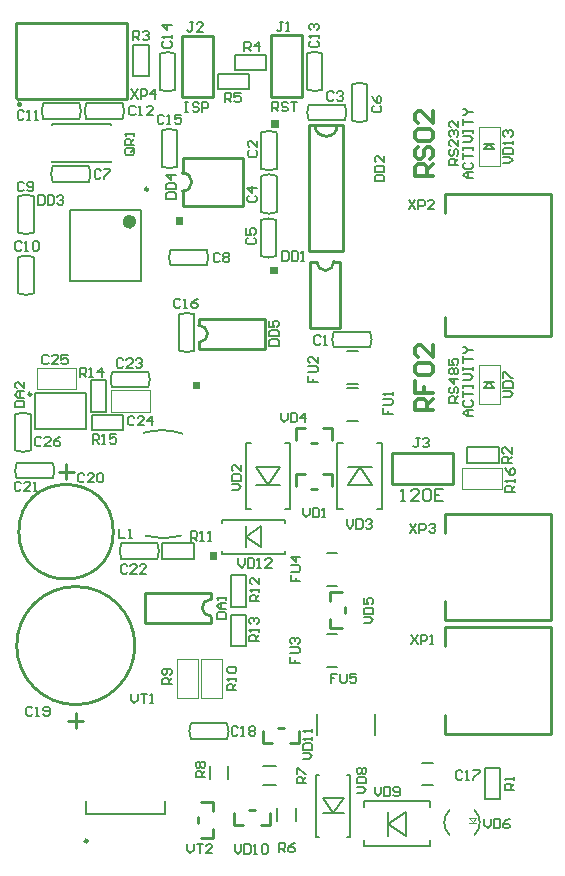
<source format=gto>
G04*
G04 #@! TF.GenerationSoftware,Altium Limited,Altium Designer,18.0.9 (584)*
G04*
G04 Layer_Color=65535*
%FSLAX24Y24*%
%MOIN*%
G70*
G01*
G75*
%ADD10C,0.0098*%
%ADD11C,0.0118*%
%ADD12C,0.0070*%
%ADD13C,0.0100*%
%ADD14C,0.0236*%
%ADD15C,0.0071*%
%ADD16C,0.0079*%
%ADD17C,0.0039*%
%ADD18C,0.0050*%
%ADD19C,0.0067*%
G36*
X25917Y25657D02*
Y25407D01*
X26167D01*
Y25657D01*
X25917D01*
D02*
G37*
G36*
X25602Y31091D02*
Y31341D01*
X25352D01*
Y31091D01*
X25602D01*
D02*
G37*
G36*
X25033Y36568D02*
Y36818D01*
X24783D01*
Y36568D01*
X25033D01*
D02*
G37*
G36*
X27939Y34931D02*
X28189D01*
Y35181D01*
X27939D01*
Y34931D01*
D02*
G37*
G36*
X27980Y39799D02*
X28230D01*
Y40049D01*
X27980D01*
Y39799D01*
D02*
G37*
D10*
X21850Y16033D02*
G03*
X21850Y16033I-49J0D01*
G01*
X23868Y37756D02*
G03*
X23868Y37756I-49J0D01*
G01*
X19974Y30923D02*
G03*
X19974Y30923I-49J0D01*
G01*
D11*
X19612Y40591D02*
G03*
X19612Y40591I-35J0D01*
G01*
X33356Y38189D02*
X32766D01*
Y38484D01*
X32864Y38583D01*
X33061D01*
X33160Y38484D01*
Y38189D01*
Y38386D02*
X33356Y38583D01*
X32864Y39173D02*
X32766Y39075D01*
Y38878D01*
X32864Y38779D01*
X32963D01*
X33061Y38878D01*
Y39075D01*
X33160Y39173D01*
X33258D01*
X33356Y39075D01*
Y38878D01*
X33258Y38779D01*
X32864Y39370D02*
X32766Y39468D01*
Y39665D01*
X32864Y39763D01*
X33258D01*
X33356Y39665D01*
Y39468D01*
X33258Y39370D01*
X32864D01*
X33356Y40354D02*
Y39960D01*
X32963Y40354D01*
X32864D01*
X32766Y40255D01*
Y40058D01*
X32864Y39960D01*
X33356Y30384D02*
X32766D01*
Y30679D01*
X32864Y30777D01*
X33061D01*
X33160Y30679D01*
Y30384D01*
Y30581D02*
X33356Y30777D01*
X32766Y31368D02*
Y30974D01*
X33061D01*
Y31171D01*
Y30974D01*
X33356D01*
X32864Y31565D02*
X32766Y31663D01*
Y31860D01*
X32864Y31958D01*
X33258D01*
X33356Y31860D01*
Y31663D01*
X33258Y31565D01*
X32864D01*
X33356Y32549D02*
Y32155D01*
X32963Y32549D01*
X32864D01*
X32766Y32450D01*
Y32253D01*
X32864Y32155D01*
D12*
X30056Y33002D02*
G03*
X30056Y32491I608J-256D01*
G01*
X31264D02*
G03*
X31263Y33002I-609J255D01*
G01*
X25413Y33585D02*
G03*
X24903Y33586I-256J-608D01*
G01*
Y32378D02*
G03*
X25413Y32378I255J609D01*
G01*
X19538Y34289D02*
G03*
X20048Y34288I256J608D01*
G01*
Y35496D02*
G03*
X19538Y35496I-255J-609D01*
G01*
X20048Y37522D02*
G03*
X19538Y37523I-256J-608D01*
G01*
Y36315D02*
G03*
X20048Y36316I255J609D01*
G01*
X25820Y35227D02*
G03*
X25820Y35737I-608J256D01*
G01*
X24612D02*
G03*
X24613Y35227I609J-255D01*
G01*
X24833Y39717D02*
G03*
X24322Y39718I-256J-608D01*
G01*
Y38510D02*
G03*
X24833Y38510I255J609D01*
G01*
X20686Y38523D02*
G03*
X20686Y38013I608J-256D01*
G01*
X21894D02*
G03*
X21893Y38523I-609J255D01*
G01*
X21808Y40619D02*
G03*
X21808Y40109I608J-256D01*
G01*
X23016D02*
G03*
X23015Y40619I-609J255D01*
G01*
X21577Y40108D02*
G03*
X21578Y40619I-608J256D01*
G01*
X20370D02*
G03*
X20371Y40108I609J-255D01*
G01*
X22665Y31663D02*
G03*
X22664Y31153I608J-256D01*
G01*
X23872D02*
G03*
X23872Y31663I-609J255D01*
G01*
X19951Y30259D02*
G03*
X19440Y30259I-256J-608D01*
G01*
Y29051D02*
G03*
X19951Y29052I255J609D01*
G01*
X29675Y42286D02*
G03*
X29165Y42287I-256J-608D01*
G01*
Y41079D02*
G03*
X29675Y41079I255J609D01*
G01*
X24773Y42276D02*
G03*
X24263Y42277I-256J-608D01*
G01*
Y41069D02*
G03*
X24773Y41069I255J609D01*
G01*
X31171Y41253D02*
G03*
X30661Y41253I-256J-608D01*
G01*
Y40045D02*
G03*
X31171Y40046I255J609D01*
G01*
X29220Y40571D02*
G03*
X29219Y40060I608J-256D01*
G01*
X30427D02*
G03*
X30427Y40571I-609J255D01*
G01*
X28140Y36735D02*
G03*
X27629Y36735I-256J-608D01*
G01*
Y35528D02*
G03*
X28140Y35528I255J609D01*
G01*
X27638Y36995D02*
G03*
X28148Y36995I256J608D01*
G01*
Y38203D02*
G03*
X27638Y38202I-255J-609D01*
G01*
Y38442D02*
G03*
X28148Y38442I256J608D01*
G01*
Y39650D02*
G03*
X27638Y39649I-255J-609D01*
G01*
X19486Y28632D02*
G03*
X19485Y28121I608J-256D01*
G01*
X20693D02*
G03*
X20692Y28632I-609J255D01*
G01*
X22970Y25955D02*
G03*
X22969Y25444I608J-256D01*
G01*
X24177D02*
G03*
X24177Y25955I-609J255D01*
G01*
X26499Y19439D02*
G03*
X26499Y19950I-608J256D01*
G01*
X25291D02*
G03*
X25292Y19439I609J-255D01*
G01*
X30060Y32491D02*
X31260D01*
X30059Y33002D02*
X31260D01*
X24902Y32382D02*
Y33582D01*
X25413Y32382D02*
Y33583D01*
X20048Y34292D02*
Y35492D01*
X19537Y34291D02*
Y35492D01*
Y36319D02*
Y37519D01*
X20048Y36319D02*
Y37520D01*
X23376Y41535D02*
X23888D01*
X23376Y42579D02*
X23888D01*
Y41535D02*
Y42579D01*
X23376Y41535D02*
Y42579D01*
X24616Y35737D02*
X25816D01*
X24616Y35226D02*
X25817D01*
X24322Y38514D02*
Y39714D01*
X24833Y38514D02*
Y39715D01*
X20690Y38013D02*
X21890D01*
X20689Y38524D02*
X21890D01*
X21812Y40108D02*
X23012D01*
X21811Y40619D02*
X23012D01*
X20374D02*
X21574D01*
X20374Y40108D02*
X21575D01*
X22668Y31152D02*
X23868D01*
X22667Y31663D02*
X23868D01*
X19440Y29055D02*
Y30255D01*
X19951Y29055D02*
Y30256D01*
X21949Y30344D02*
X22461D01*
X21949Y31388D02*
X22461D01*
Y30344D02*
Y31388D01*
X21949Y30344D02*
Y31388D01*
X23031Y29734D02*
Y30246D01*
X21988Y29734D02*
Y30246D01*
X23031D01*
X21988Y29734D02*
X23031D01*
X29164Y41083D02*
Y42283D01*
X29675Y41083D02*
Y42283D01*
X27805Y41722D02*
Y42234D01*
X26762Y41722D02*
Y42234D01*
X27805D01*
X26762Y41722D02*
X27805D01*
X26201Y41093D02*
Y41604D01*
X27244Y41093D02*
Y41604D01*
X26201Y41093D02*
X27244D01*
X26201Y41604D02*
X27244D01*
X24263Y41073D02*
Y42273D01*
X24774Y41073D02*
Y42274D01*
X30660Y40049D02*
Y41249D01*
X31171Y40049D02*
Y41250D01*
X29223Y40060D02*
X30423D01*
X29222Y40571D02*
X30423D01*
X27629Y35532D02*
Y36732D01*
X28140Y35531D02*
Y36732D01*
X28149Y36999D02*
Y38199D01*
X27638Y36998D02*
Y38199D01*
X28149Y38446D02*
Y39646D01*
X27638Y38445D02*
Y39646D01*
X19489Y28121D02*
X20689D01*
X19488Y28632D02*
X20689D01*
X26614Y24892D02*
X27126D01*
X26614Y23848D02*
X27126D01*
X26614D02*
Y24892D01*
X27126Y23848D02*
Y24892D01*
X26614Y22520D02*
X27126D01*
X26614Y23563D02*
X27126D01*
Y22520D02*
Y23563D01*
X26614Y22520D02*
Y23563D01*
X22973Y25444D02*
X24173D01*
X22972Y25955D02*
X24173D01*
X25384Y25443D02*
Y25955D01*
X24341Y25443D02*
Y25955D01*
X25384D01*
X24341Y25443D02*
X25384D01*
X25295Y19950D02*
X26495D01*
X25295Y19439D02*
X26496D01*
X35098Y18465D02*
X35610D01*
X35098Y17421D02*
X35610D01*
X35098D02*
Y18465D01*
X35610Y17421D02*
Y18465D01*
X34508Y28642D02*
Y29154D01*
X35551Y28642D02*
Y29154D01*
X34508Y28642D02*
X35551D01*
X34508Y29154D02*
X35551D01*
D13*
X25573Y32659D02*
G03*
X25554Y33218I0J280D01*
G01*
X25017Y37696D02*
G03*
X25017Y38296I0J300D01*
G01*
X29495Y35327D02*
G03*
X30053Y35346I280J0D01*
G01*
X29430Y39899D02*
G03*
X30180Y39899I375J0D01*
G01*
X23425Y22545D02*
G03*
X23425Y22545I-1969J0D01*
G01*
X22707Y26339D02*
G03*
X22707Y26339I-1575J0D01*
G01*
X25947Y24088D02*
G03*
X25966Y23529I0J-280D01*
G01*
X29300Y27755D02*
X29500D01*
X28800Y28255D02*
X29100D01*
X28800Y27855D02*
Y28255D01*
X29700D02*
X30000D01*
Y27855D02*
Y28255D01*
X25552Y32441D02*
Y32641D01*
Y33241D02*
Y33441D01*
X27752Y32441D02*
Y33441D01*
X25552Y32441D02*
X27752D01*
X25552Y33441D02*
X27752D01*
X25017Y37196D02*
Y37696D01*
X27017Y37196D02*
Y38796D01*
X25017D02*
X27017D01*
X25017Y37196D02*
X27017D01*
X25017Y38296D02*
Y38796D01*
X29276Y35347D02*
X29476D01*
X30076D02*
X30276D01*
X29276Y33147D02*
X30276D01*
X29276D02*
Y35347D01*
X30276Y33147D02*
Y35347D01*
X29300Y29300D02*
X29500D01*
X28800Y29800D02*
X29100D01*
X28800Y29400D02*
Y29800D01*
X29700D02*
X30000D01*
Y29400D02*
Y29800D01*
X29230Y39899D02*
X30380D01*
X29230Y35699D02*
X30380D01*
Y39899D01*
X29230Y35699D02*
Y39899D01*
X27963Y40837D02*
X28986D01*
X27963Y42884D02*
X28986D01*
Y40837D02*
Y42884D01*
X27963Y40837D02*
Y42884D01*
X24990Y40831D02*
X26014D01*
X24990Y42878D02*
X26014D01*
Y40831D02*
Y42878D01*
X24990Y40831D02*
Y42878D01*
X21573Y43299D02*
X23150Y43297D01*
X19488Y40778D02*
X23150D01*
X23173Y40799D02*
Y43299D01*
X19473Y40799D02*
Y43299D01*
X21614Y43297D01*
X29930Y23144D02*
X30330D01*
X30430Y23644D02*
Y23844D01*
X29930Y24044D02*
Y24344D01*
X30330D01*
X29930Y23144D02*
Y23444D01*
X21457Y19795D02*
Y20295D01*
X21207Y20045D02*
X21707D01*
X20882Y28339D02*
X21382D01*
X21132Y28089D02*
Y28589D01*
X25967Y24107D02*
Y24307D01*
Y23307D02*
Y23507D01*
X23767Y23307D02*
Y24307D01*
X25967D01*
X23767Y23307D02*
X25967D01*
X28897Y19295D02*
Y19695D01*
X28197Y19795D02*
X28397D01*
X27697Y19295D02*
X27997D01*
X27697D02*
Y19695D01*
X28597Y19295D02*
X28897D01*
X25625Y17319D02*
X26025D01*
X25525Y16619D02*
Y16819D01*
X26025Y16119D02*
Y16419D01*
X25625Y16119D02*
X26025D01*
Y17019D02*
Y17319D01*
X27923Y16549D02*
Y16949D01*
X27223Y17049D02*
X27423D01*
X26723Y16549D02*
X27023D01*
X26723D02*
Y16949D01*
X27623Y16549D02*
X27923D01*
X33780Y23150D02*
X37283D01*
X33780Y19606D02*
X37283D01*
X33780Y22520D02*
Y23150D01*
Y19606D02*
Y20236D01*
X37283Y19606D02*
Y23150D01*
X33780Y26929D02*
X37283D01*
X33780Y23386D02*
X37283D01*
X33780Y26299D02*
Y26929D01*
Y23386D02*
Y24016D01*
X37283Y23386D02*
Y26929D01*
X33780Y36969D02*
Y37598D01*
Y32874D02*
Y33504D01*
X37283Y32874D02*
Y37598D01*
X33780Y32874D02*
X37283D01*
X33780Y37598D02*
X37283D01*
X31994Y27943D02*
X34041D01*
X31994Y28967D02*
X34041D01*
X31994Y27943D02*
Y28967D01*
X34041Y27943D02*
Y28967D01*
D14*
X23366Y36673D02*
G03*
X23366Y36673I-118J0D01*
G01*
D15*
X23781Y26205D02*
G03*
X24974Y26209I589J2068D01*
G01*
X25017Y29608D02*
G03*
X23716Y29637I-697J-2035D01*
G01*
X34748Y16234D02*
G03*
X34748Y17069I-418J418D01*
G01*
X33913D02*
G03*
X33913Y16234I418J-418D01*
G01*
X20108Y29756D02*
X21801D01*
X20108Y30973D02*
X21801D01*
X21805Y29764D02*
Y30964D01*
X20105Y29764D02*
Y30964D01*
D16*
X24439Y16929D02*
Y17362D01*
X21801Y16929D02*
Y17362D01*
Y16929D02*
X24439D01*
X20669Y39882D02*
Y39921D01*
X22638D01*
Y39882D02*
Y39921D01*
X20669Y38661D02*
Y38701D01*
Y38661D02*
X22638D01*
Y38701D01*
X21280Y37067D02*
X23642D01*
X21280Y34705D02*
X23642D01*
X21280D02*
Y37067D01*
X23642Y34705D02*
Y37067D01*
X30502Y32362D02*
X30856D01*
X30502Y31260D02*
X30856D01*
X30502Y31142D02*
X30856D01*
X30502Y30039D02*
X30856D01*
X27116Y27106D02*
Y29311D01*
X28612Y27106D02*
Y29311D01*
X27116D02*
X27303D01*
X28425D02*
X28612D01*
X27116Y27106D02*
X27303D01*
X28425D02*
X28612D01*
X31673D02*
Y29311D01*
X30177Y27106D02*
Y29311D01*
X31486Y27106D02*
X31673D01*
X30177D02*
X30364D01*
X31486Y29311D02*
X31673D01*
X30177D02*
X30364D01*
X29823Y24537D02*
X30177D01*
X29823Y25640D02*
X30177D01*
X29823Y21831D02*
X30177D01*
X29823Y22933D02*
X30177D01*
X28415Y26634D02*
Y26742D01*
Y25600D02*
Y25709D01*
X26329Y26634D02*
Y26742D01*
Y25600D02*
Y25709D01*
Y26742D02*
X28415D01*
X26329Y25600D02*
X28415D01*
X26545Y18110D02*
Y18543D01*
X25915Y18110D02*
Y18543D01*
X27707D02*
X28140D01*
X27707Y17913D02*
X28140D01*
X28179Y16693D02*
Y17126D01*
X28809Y16693D02*
Y17126D01*
X31063Y17362D02*
X33268D01*
X31063Y15866D02*
X33268D01*
Y17175D02*
Y17362D01*
Y15866D02*
Y16053D01*
X31063Y17175D02*
Y17362D01*
Y15866D02*
Y16053D01*
X29469Y18248D02*
X29577D01*
X30502D02*
X30610D01*
X29469Y16161D02*
X29577D01*
X30502D02*
X30610D01*
X29469D02*
Y18248D01*
X30610Y16161D02*
Y18248D01*
X31437Y19567D02*
Y20276D01*
X29508Y19567D02*
Y20276D01*
X28002Y40354D02*
Y40669D01*
X28159D01*
X28212Y40617D01*
Y40512D01*
X28159Y40459D01*
X28002D01*
X28107D02*
X28212Y40354D01*
X28527Y40617D02*
X28474Y40669D01*
X28369D01*
X28317Y40617D01*
Y40564D01*
X28369Y40512D01*
X28474D01*
X28527Y40459D01*
Y40407D01*
X28474Y40354D01*
X28369D01*
X28317Y40407D01*
X28632Y40669D02*
X28842D01*
X28737D01*
Y40354D01*
X25089Y40659D02*
X25194D01*
X25141D01*
Y40344D01*
X25089D01*
X25194D01*
X25561Y40607D02*
X25508Y40659D01*
X25403D01*
X25351Y40607D01*
Y40554D01*
X25403Y40502D01*
X25508D01*
X25561Y40449D01*
Y40397D01*
X25508Y40344D01*
X25403D01*
X25351Y40397D01*
X25666Y40344D02*
Y40659D01*
X25823D01*
X25876Y40607D01*
Y40502D01*
X25823Y40449D01*
X25666D01*
X34213Y38563D02*
X33898D01*
Y38720D01*
X33950Y38773D01*
X34055D01*
X34108Y38720D01*
Y38563D01*
Y38668D02*
X34213Y38773D01*
X33950Y39088D02*
X33898Y39035D01*
Y38930D01*
X33950Y38878D01*
X34003D01*
X34055Y38930D01*
Y39035D01*
X34108Y39088D01*
X34160D01*
X34213Y39035D01*
Y38930D01*
X34160Y38878D01*
X34213Y39403D02*
Y39193D01*
X34003Y39403D01*
X33950D01*
X33898Y39350D01*
Y39245D01*
X33950Y39193D01*
Y39508D02*
X33898Y39560D01*
Y39665D01*
X33950Y39717D01*
X34003D01*
X34055Y39665D01*
Y39613D01*
Y39665D01*
X34108Y39717D01*
X34160D01*
X34213Y39665D01*
Y39560D01*
X34160Y39508D01*
X34213Y40032D02*
Y39822D01*
X34003Y40032D01*
X33950D01*
X33898Y39980D01*
Y39875D01*
X33950Y39822D01*
X34695Y38120D02*
X34485D01*
X34380Y38225D01*
X34485Y38330D01*
X34695D01*
X34537D01*
Y38120D01*
X34432Y38645D02*
X34380Y38592D01*
Y38487D01*
X34432Y38435D01*
X34642D01*
X34695Y38487D01*
Y38592D01*
X34642Y38645D01*
X34380Y38750D02*
Y38960D01*
Y38855D01*
X34695D01*
X34380Y39065D02*
Y39170D01*
Y39117D01*
X34695D01*
Y39065D01*
Y39170D01*
X34380Y39327D02*
X34590D01*
X34695Y39432D01*
X34590Y39537D01*
X34380D01*
Y39642D02*
Y39747D01*
Y39694D01*
X34695D01*
Y39642D01*
Y39747D01*
X34380Y39904D02*
Y40114D01*
Y40009D01*
X34695D01*
X34380Y40219D02*
X34432D01*
X34537Y40324D01*
X34432Y40429D01*
X34380D01*
X34537Y40324D02*
X34695D01*
Y30197D02*
X34485D01*
X34380Y30302D01*
X34485Y30407D01*
X34695D01*
X34537D01*
Y30197D01*
X34432Y30722D02*
X34380Y30669D01*
Y30564D01*
X34432Y30512D01*
X34642D01*
X34695Y30564D01*
Y30669D01*
X34642Y30722D01*
X34380Y30827D02*
Y31036D01*
Y30932D01*
X34695D01*
X34380Y31141D02*
Y31246D01*
Y31194D01*
X34695D01*
Y31141D01*
Y31246D01*
X34380Y31404D02*
X34590D01*
X34695Y31509D01*
X34590Y31614D01*
X34380D01*
Y31719D02*
Y31824D01*
Y31771D01*
X34695D01*
Y31719D01*
Y31824D01*
X34380Y31981D02*
Y32191D01*
Y32086D01*
X34695D01*
X34380Y32296D02*
X34432D01*
X34537Y32401D01*
X34432Y32506D01*
X34380D01*
X34537Y32401D02*
X34695D01*
X34213Y30640D02*
X33898D01*
Y30797D01*
X33950Y30850D01*
X34055D01*
X34108Y30797D01*
Y30640D01*
Y30745D02*
X34213Y30850D01*
X33950Y31165D02*
X33898Y31112D01*
Y31007D01*
X33950Y30955D01*
X34003D01*
X34055Y31007D01*
Y31112D01*
X34108Y31165D01*
X34160D01*
X34213Y31112D01*
Y31007D01*
X34160Y30955D01*
X34213Y31427D02*
X33898D01*
X34055Y31269D01*
Y31479D01*
X33950Y31584D02*
X33898Y31637D01*
Y31742D01*
X33950Y31794D01*
X34003D01*
X34055Y31742D01*
X34108Y31794D01*
X34160D01*
X34213Y31742D01*
Y31637D01*
X34160Y31584D01*
X34108D01*
X34055Y31637D01*
X34003Y31584D01*
X33950D01*
X34055Y31637D02*
Y31742D01*
X33898Y32109D02*
Y31899D01*
X34055D01*
X34003Y32004D01*
Y32057D01*
X34055Y32109D01*
X34160D01*
X34213Y32057D01*
Y31952D01*
X34160Y31899D01*
X32303Y27372D02*
X32434D01*
X32369D01*
Y27766D01*
X32303Y27700D01*
X32894Y27372D02*
X32631D01*
X32894Y27634D01*
Y27700D01*
X32828Y27766D01*
X32697D01*
X32631Y27700D01*
X33025D02*
X33090Y27766D01*
X33221D01*
X33287Y27700D01*
Y27438D01*
X33221Y27372D01*
X33090D01*
X33025Y27438D01*
Y27700D01*
X33681Y27766D02*
X33418D01*
Y27372D01*
X33681D01*
X33418Y27569D02*
X33549D01*
X23307Y20935D02*
Y20725D01*
X23412Y20620D01*
X23517Y20725D01*
Y20935D01*
X23622D02*
X23832D01*
X23727D01*
Y20620D01*
X23937D02*
X24042D01*
X23989D01*
Y20935D01*
X23937Y20882D01*
X29042Y27131D02*
Y26921D01*
X29147Y26816D01*
X29252Y26921D01*
Y27131D01*
X29357D02*
Y26816D01*
X29514D01*
X29567Y26869D01*
Y27079D01*
X29514Y27131D01*
X29357D01*
X29671Y26816D02*
X29776D01*
X29724D01*
Y27131D01*
X29671Y27079D01*
X23353Y39117D02*
X23143D01*
X23091Y39065D01*
Y38960D01*
X23143Y38907D01*
X23353D01*
X23406Y38960D01*
Y39065D01*
X23301Y39012D02*
X23406Y39117D01*
Y39065D02*
X23353Y39117D01*
X23406Y39222D02*
X23091D01*
Y39380D01*
X23143Y39432D01*
X23248D01*
X23301Y39380D01*
Y39222D01*
Y39327D02*
X23406Y39432D01*
Y39537D02*
Y39642D01*
Y39590D01*
X23091D01*
X23143Y39537D01*
X23448Y40488D02*
X23396Y40540D01*
X23291D01*
X23238Y40488D01*
Y40278D01*
X23291Y40225D01*
X23396D01*
X23448Y40278D01*
X23553Y40225D02*
X23658D01*
X23606D01*
Y40540D01*
X23553Y40488D01*
X24025Y40225D02*
X23815D01*
X24025Y40435D01*
Y40488D01*
X23973Y40540D01*
X23868D01*
X23815Y40488D01*
X19728Y40341D02*
X19675Y40394D01*
X19570D01*
X19518Y40341D01*
Y40131D01*
X19570Y40079D01*
X19675D01*
X19728Y40131D01*
X19833Y40079D02*
X19938D01*
X19885D01*
Y40394D01*
X19833Y40341D01*
X20095Y40079D02*
X20200D01*
X20147D01*
Y40394D01*
X20095Y40341D01*
X35699Y38622D02*
X35909D01*
X36014Y38727D01*
X35909Y38832D01*
X35699D01*
Y38937D02*
X36014D01*
Y39094D01*
X35961Y39147D01*
X35751D01*
X35699Y39094D01*
Y38937D01*
X36014Y39252D02*
Y39357D01*
Y39304D01*
X35699D01*
X35751Y39252D01*
Y39514D02*
X35699Y39567D01*
Y39672D01*
X35751Y39724D01*
X35804D01*
X35856Y39672D01*
Y39619D01*
Y39672D01*
X35909Y39724D01*
X35961D01*
X36014Y39672D01*
Y39567D01*
X35961Y39514D01*
X32598Y26614D02*
X32808Y26299D01*
Y26614D02*
X32598Y26299D01*
X32913D02*
Y26614D01*
X33071D01*
X33123Y26562D01*
Y26457D01*
X33071Y26404D01*
X32913D01*
X33228Y26562D02*
X33281Y26614D01*
X33386D01*
X33438Y26562D01*
Y26509D01*
X33386Y26457D01*
X33333D01*
X33386D01*
X33438Y26404D01*
Y26352D01*
X33386Y26299D01*
X33281D01*
X33228Y26352D01*
X23307Y41083D02*
X23517Y40768D01*
Y41083D02*
X23307Y40768D01*
X23622D02*
Y41083D01*
X23779D01*
X23832Y41030D01*
Y40925D01*
X23779Y40873D01*
X23622D01*
X24094Y40768D02*
Y41083D01*
X23937Y40925D01*
X24147D01*
X32559Y37401D02*
X32769Y37087D01*
Y37401D02*
X32559Y37087D01*
X32874D02*
Y37401D01*
X33031D01*
X33084Y37349D01*
Y37244D01*
X33031Y37192D01*
X32874D01*
X33399Y37087D02*
X33189D01*
X33399Y37297D01*
Y37349D01*
X33346Y37401D01*
X33241D01*
X33189Y37349D01*
X32638Y22913D02*
X32848Y22598D01*
Y22913D02*
X32638Y22598D01*
X32953D02*
Y22913D01*
X33110D01*
X33163Y22861D01*
Y22756D01*
X33110Y22703D01*
X32953D01*
X33268Y22598D02*
X33372D01*
X33320D01*
Y22913D01*
X33268Y22861D01*
X25172Y15931D02*
Y15721D01*
X25277Y15617D01*
X25382Y15721D01*
Y15931D01*
X25487D02*
X25697D01*
X25592D01*
Y15617D01*
X26011D02*
X25802D01*
X26011Y15826D01*
Y15879D01*
X25959Y15931D01*
X25854D01*
X25802Y15879D01*
X26880Y25463D02*
Y25253D01*
X26985Y25148D01*
X27090Y25253D01*
Y25463D01*
X27195D02*
Y25148D01*
X27352D01*
X27405Y25200D01*
Y25410D01*
X27352Y25463D01*
X27195D01*
X27510Y25148D02*
X27615D01*
X27562D01*
Y25463D01*
X27510Y25410D01*
X27982Y25148D02*
X27772D01*
X27982Y25358D01*
Y25410D01*
X27929Y25463D01*
X27824D01*
X27772Y25410D01*
X29030Y18764D02*
X29240D01*
X29345Y18869D01*
X29240Y18974D01*
X29030D01*
Y19079D02*
X29345D01*
Y19237D01*
X29293Y19289D01*
X29083D01*
X29030Y19237D01*
Y19079D01*
X29345Y19394D02*
Y19499D01*
Y19446D01*
X29030D01*
X29083Y19394D01*
X29345Y19656D02*
Y19761D01*
Y19709D01*
X29030D01*
X29083Y19656D01*
X26762Y15915D02*
Y15705D01*
X26867Y15600D01*
X26972Y15705D01*
Y15915D01*
X27077D02*
Y15600D01*
X27234D01*
X27287Y15653D01*
Y15863D01*
X27234Y15915D01*
X27077D01*
X27392Y15600D02*
X27496D01*
X27444D01*
Y15915D01*
X27392Y15863D01*
X27654D02*
X27706Y15915D01*
X27811D01*
X27864Y15863D01*
Y15653D01*
X27811Y15600D01*
X27706D01*
X27654Y15653D01*
Y15863D01*
X31417Y17835D02*
Y17625D01*
X31522Y17520D01*
X31627Y17625D01*
Y17835D01*
X31732D02*
Y17520D01*
X31890D01*
X31942Y17572D01*
Y17782D01*
X31890Y17835D01*
X31732D01*
X32047Y17572D02*
X32100Y17520D01*
X32204D01*
X32257Y17572D01*
Y17782D01*
X32204Y17835D01*
X32100D01*
X32047Y17782D01*
Y17730D01*
X32100Y17677D01*
X32257D01*
X30827Y17638D02*
X31037D01*
X31142Y17743D01*
X31037Y17848D01*
X30827D01*
Y17953D02*
X31142D01*
Y18110D01*
X31089Y18163D01*
X30879D01*
X30827Y18110D01*
Y17953D01*
X30879Y18268D02*
X30827Y18320D01*
Y18425D01*
X30879Y18477D01*
X30932D01*
X30984Y18425D01*
X31037Y18477D01*
X31089D01*
X31142Y18425D01*
Y18320D01*
X31089Y18268D01*
X31037D01*
X30984Y18320D01*
X30932Y18268D01*
X30879D01*
X30984Y18320D02*
Y18425D01*
X35709Y30827D02*
X35919D01*
X36024Y30932D01*
X35919Y31037D01*
X35709D01*
Y31142D02*
X36024D01*
Y31299D01*
X35971Y31352D01*
X35761D01*
X35709Y31299D01*
Y31142D01*
Y31456D02*
Y31666D01*
X35761D01*
X35971Y31456D01*
X36024D01*
X35079Y16772D02*
Y16562D01*
X35184Y16457D01*
X35289Y16562D01*
Y16772D01*
X35394D02*
Y16457D01*
X35551D01*
X35604Y16509D01*
Y16719D01*
X35551Y16772D01*
X35394D01*
X35918D02*
X35813Y16719D01*
X35708Y16614D01*
Y16509D01*
X35761Y16457D01*
X35866D01*
X35918Y16509D01*
Y16562D01*
X35866Y16614D01*
X35708D01*
X31053Y23287D02*
X31263D01*
X31368Y23392D01*
X31263Y23497D01*
X31053D01*
Y23602D02*
X31368D01*
Y23760D01*
X31316Y23812D01*
X31106D01*
X31053Y23760D01*
Y23602D01*
Y24127D02*
Y23917D01*
X31211D01*
X31158Y24022D01*
Y24075D01*
X31211Y24127D01*
X31316D01*
X31368Y24075D01*
Y23970D01*
X31316Y23917D01*
X28307Y30305D02*
Y30095D01*
X28412Y29990D01*
X28517Y30095D01*
Y30305D01*
X28622D02*
Y29990D01*
X28779D01*
X28832Y30043D01*
Y30253D01*
X28779Y30305D01*
X28622D01*
X29094Y29990D02*
Y30305D01*
X28937Y30148D01*
X29147D01*
X30492Y26762D02*
Y26552D01*
X30597Y26447D01*
X30702Y26552D01*
Y26762D01*
X30807D02*
Y26447D01*
X30964D01*
X31017Y26499D01*
Y26709D01*
X30964Y26762D01*
X30807D01*
X31122Y26709D02*
X31174Y26762D01*
X31279D01*
X31332Y26709D01*
Y26657D01*
X31279Y26604D01*
X31227D01*
X31279D01*
X31332Y26552D01*
Y26499D01*
X31279Y26447D01*
X31174D01*
X31122Y26499D01*
X26654Y27726D02*
X26864D01*
X26969Y27831D01*
X26864Y27936D01*
X26654D01*
Y28041D02*
X26969D01*
Y28199D01*
X26916Y28251D01*
X26706D01*
X26654Y28199D01*
Y28041D01*
X26969Y28566D02*
Y28356D01*
X26759Y28566D01*
X26706D01*
X26654Y28514D01*
Y28409D01*
X26706Y28356D01*
X22018Y29281D02*
Y29596D01*
X22175D01*
X22228Y29544D01*
Y29439D01*
X22175Y29386D01*
X22018D01*
X22123D02*
X22228Y29281D01*
X22333D02*
X22438D01*
X22385D01*
Y29596D01*
X22333Y29544D01*
X22805Y29596D02*
X22595D01*
Y29439D01*
X22700Y29491D01*
X22752D01*
X22805Y29439D01*
Y29334D01*
X22752Y29281D01*
X22647D01*
X22595Y29334D01*
X21594Y31496D02*
Y31811D01*
X21752D01*
X21804Y31758D01*
Y31653D01*
X21752Y31601D01*
X21594D01*
X21699D02*
X21804Y31496D01*
X21909D02*
X22014D01*
X21962D01*
Y31811D01*
X21909Y31758D01*
X22329Y31496D02*
Y31811D01*
X22172Y31653D01*
X22382D01*
X27559Y22687D02*
X27244D01*
Y22844D01*
X27297Y22897D01*
X27402D01*
X27454Y22844D01*
Y22687D01*
Y22792D02*
X27559Y22897D01*
Y23002D02*
Y23107D01*
Y23054D01*
X27244D01*
X27297Y23002D01*
Y23264D02*
X27244Y23317D01*
Y23422D01*
X27297Y23474D01*
X27349D01*
X27402Y23422D01*
Y23369D01*
Y23422D01*
X27454Y23474D01*
X27507D01*
X27559Y23422D01*
Y23317D01*
X27507Y23264D01*
X27579Y24016D02*
X27264D01*
Y24173D01*
X27316Y24226D01*
X27421D01*
X27474Y24173D01*
Y24016D01*
Y24121D02*
X27579Y24226D01*
Y24331D02*
Y24436D01*
Y24383D01*
X27264D01*
X27316Y24331D01*
X27579Y24803D02*
Y24593D01*
X27369Y24803D01*
X27316D01*
X27264Y24750D01*
Y24645D01*
X27316Y24593D01*
X25295Y26043D02*
Y26358D01*
X25453D01*
X25505Y26306D01*
Y26201D01*
X25453Y26148D01*
X25295D01*
X25400D02*
X25505Y26043D01*
X25610D02*
X25715D01*
X25663D01*
Y26358D01*
X25610Y26306D01*
X25873Y26043D02*
X25977D01*
X25925D01*
Y26358D01*
X25873Y26306D01*
X26811Y21053D02*
X26496D01*
Y21211D01*
X26549Y21263D01*
X26654D01*
X26706Y21211D01*
Y21053D01*
Y21158D02*
X26811Y21263D01*
Y21368D02*
Y21473D01*
Y21420D01*
X26496D01*
X26549Y21368D01*
Y21630D02*
X26496Y21683D01*
Y21788D01*
X26549Y21840D01*
X26759D01*
X26811Y21788D01*
Y21683D01*
X26759Y21630D01*
X26549D01*
X24656Y21250D02*
X24341D01*
Y21407D01*
X24393Y21460D01*
X24498D01*
X24551Y21407D01*
Y21250D01*
Y21355D02*
X24656Y21460D01*
X24603Y21565D02*
X24656Y21617D01*
Y21722D01*
X24603Y21775D01*
X24393D01*
X24341Y21722D01*
Y21617D01*
X24393Y21565D01*
X24446D01*
X24498Y21617D01*
Y21775D01*
X25768Y18150D02*
X25453D01*
Y18307D01*
X25505Y18360D01*
X25610D01*
X25663Y18307D01*
Y18150D01*
Y18255D02*
X25768Y18360D01*
X25505Y18464D02*
X25453Y18517D01*
Y18622D01*
X25505Y18674D01*
X25558D01*
X25610Y18622D01*
X25663Y18674D01*
X25715D01*
X25768Y18622D01*
Y18517D01*
X25715Y18464D01*
X25663D01*
X25610Y18517D01*
X25558Y18464D01*
X25505D01*
X25610Y18517D02*
Y18622D01*
X29134Y17953D02*
X28819D01*
Y18110D01*
X28871Y18163D01*
X28976D01*
X29029Y18110D01*
Y17953D01*
Y18058D02*
X29134Y18163D01*
X28819Y18268D02*
Y18477D01*
X28871D01*
X29081Y18268D01*
X29134D01*
X28228Y15659D02*
Y15974D01*
X28386D01*
X28438Y15922D01*
Y15817D01*
X28386Y15764D01*
X28228D01*
X28333D02*
X28438Y15659D01*
X28753Y15974D02*
X28648Y15922D01*
X28543Y15817D01*
Y15712D01*
X28596Y15659D01*
X28701D01*
X28753Y15712D01*
Y15764D01*
X28701Y15817D01*
X28543D01*
X26427Y40659D02*
Y40974D01*
X26585D01*
X26637Y40922D01*
Y40817D01*
X26585Y40764D01*
X26427D01*
X26532D02*
X26637Y40659D01*
X26952Y40974D02*
X26742D01*
Y40817D01*
X26847Y40869D01*
X26899D01*
X26952Y40817D01*
Y40712D01*
X26899Y40659D01*
X26795D01*
X26742Y40712D01*
X27077Y42362D02*
Y42677D01*
X27234D01*
X27287Y42625D01*
Y42520D01*
X27234Y42467D01*
X27077D01*
X27182D02*
X27287Y42362D01*
X27549D02*
Y42677D01*
X27392Y42520D01*
X27602D01*
X23366Y42726D02*
Y43041D01*
X23524D01*
X23576Y42989D01*
Y42884D01*
X23524Y42831D01*
X23366D01*
X23471D02*
X23576Y42726D01*
X23681Y42989D02*
X23733Y43041D01*
X23838D01*
X23891Y42989D01*
Y42936D01*
X23838Y42884D01*
X23786D01*
X23838D01*
X23891Y42831D01*
Y42779D01*
X23838Y42726D01*
X23733D01*
X23681Y42779D01*
X35984Y28632D02*
X35669D01*
Y28789D01*
X35722Y28842D01*
X35827D01*
X35879Y28789D01*
Y28632D01*
Y28737D02*
X35984Y28842D01*
Y29157D02*
Y28947D01*
X35774Y29157D01*
X35722D01*
X35669Y29104D01*
Y28999D01*
X35722Y28947D01*
X36073Y17736D02*
X35758D01*
Y17894D01*
X35810Y17946D01*
X35915D01*
X35968Y17894D01*
Y17736D01*
Y17841D02*
X36073Y17946D01*
Y18051D02*
Y18156D01*
Y18104D01*
X35758D01*
X35810Y18051D01*
X22904Y26437D02*
Y26122D01*
X23113D01*
X23218D02*
X23323D01*
X23271D01*
Y26437D01*
X23218Y26384D01*
X25377Y43321D02*
X25272D01*
X25325D01*
Y43058D01*
X25272Y43006D01*
X25220D01*
X25167Y43058D01*
X25692Y43006D02*
X25482D01*
X25692Y43216D01*
Y43268D01*
X25640Y43321D01*
X25535D01*
X25482Y43268D01*
X28360Y43337D02*
X28255D01*
X28307D01*
Y43074D01*
X28255Y43022D01*
X28202D01*
X28150Y43074D01*
X28464Y43022D02*
X28569D01*
X28517D01*
Y43337D01*
X28464Y43284D01*
X30171Y21614D02*
X29961D01*
Y21457D01*
X30066D01*
X29961D01*
Y21299D01*
X30275Y21614D02*
Y21352D01*
X30328Y21299D01*
X30433D01*
X30485Y21352D01*
Y21614D01*
X30800D02*
X30590D01*
Y21457D01*
X30695Y21509D01*
X30748D01*
X30800Y21457D01*
Y21352D01*
X30748Y21299D01*
X30643D01*
X30590Y21352D01*
X28632Y24905D02*
Y24695D01*
X28789D01*
Y24800D01*
Y24695D01*
X28947D01*
X28632Y25010D02*
X28894D01*
X28947Y25062D01*
Y25167D01*
X28894Y25220D01*
X28632D01*
X28947Y25482D02*
X28632D01*
X28789Y25325D01*
Y25535D01*
X28612Y22178D02*
Y21969D01*
X28770D01*
Y22073D01*
Y21969D01*
X28927D01*
X28612Y22283D02*
X28875D01*
X28927Y22336D01*
Y22441D01*
X28875Y22493D01*
X28612D01*
X28665Y22598D02*
X28612Y22651D01*
Y22756D01*
X28665Y22808D01*
X28717D01*
X28770Y22756D01*
Y22703D01*
Y22756D01*
X28822Y22808D01*
X28875D01*
X28927Y22756D01*
Y22651D01*
X28875Y22598D01*
X29213Y31548D02*
Y31339D01*
X29370D01*
Y31444D01*
Y31339D01*
X29528D01*
X29213Y31653D02*
X29475D01*
X29528Y31706D01*
Y31811D01*
X29475Y31863D01*
X29213D01*
X29528Y32178D02*
Y31968D01*
X29318Y32178D01*
X29265D01*
X29213Y32126D01*
Y32021D01*
X29265Y31968D01*
X31703Y30466D02*
Y30256D01*
X31860D01*
Y30361D01*
Y30256D01*
X32018D01*
X31703Y30571D02*
X31965D01*
X32018Y30623D01*
Y30728D01*
X31965Y30781D01*
X31703D01*
X32018Y30886D02*
Y30991D01*
Y30938D01*
X31703D01*
X31755Y30886D01*
X27913Y32539D02*
X28228D01*
Y32697D01*
X28176Y32749D01*
X27966D01*
X27913Y32697D01*
Y32539D01*
Y32854D02*
X28228D01*
Y33012D01*
X28176Y33064D01*
X27966D01*
X27913Y33012D01*
Y32854D01*
Y33379D02*
Y33169D01*
X28071D01*
X28018Y33274D01*
Y33327D01*
X28071Y33379D01*
X28176D01*
X28228Y33327D01*
Y33222D01*
X28176Y33169D01*
X24478Y37441D02*
X24793D01*
Y37598D01*
X24741Y37651D01*
X24531D01*
X24478Y37598D01*
Y37441D01*
Y37756D02*
X24793D01*
Y37913D01*
X24741Y37966D01*
X24531D01*
X24478Y37913D01*
Y37756D01*
X24793Y38228D02*
X24478D01*
X24636Y38071D01*
Y38281D01*
X20207Y37559D02*
Y37244D01*
X20364D01*
X20417Y37297D01*
Y37506D01*
X20364Y37559D01*
X20207D01*
X20522D02*
Y37244D01*
X20679D01*
X20731Y37297D01*
Y37506D01*
X20679Y37559D01*
X20522D01*
X20836Y37506D02*
X20889Y37559D01*
X20994D01*
X21046Y37506D01*
Y37454D01*
X20994Y37402D01*
X20941D01*
X20994D01*
X21046Y37349D01*
Y37297D01*
X20994Y37244D01*
X20889D01*
X20836Y37297D01*
X31427Y38022D02*
X31742D01*
Y38179D01*
X31690Y38232D01*
X31480D01*
X31427Y38179D01*
Y38022D01*
Y38337D02*
X31742D01*
Y38494D01*
X31690Y38546D01*
X31480D01*
X31427Y38494D01*
Y38337D01*
X31742Y38861D02*
Y38651D01*
X31532Y38861D01*
X31480D01*
X31427Y38809D01*
Y38704D01*
X31480Y38651D01*
X28341Y35689D02*
Y35374D01*
X28499D01*
X28551Y35426D01*
Y35636D01*
X28499Y35689D01*
X28341D01*
X28656D02*
Y35374D01*
X28814D01*
X28866Y35426D01*
Y35636D01*
X28814Y35689D01*
X28656D01*
X28971Y35374D02*
X29076D01*
X29024D01*
Y35689D01*
X28971Y35636D01*
X19429Y30492D02*
X19744D01*
Y30650D01*
X19692Y30702D01*
X19482D01*
X19429Y30650D01*
Y30492D01*
X19744Y30807D02*
X19534D01*
X19429Y30912D01*
X19534Y31017D01*
X19744D01*
X19587D01*
Y30807D01*
X19744Y31332D02*
Y31122D01*
X19534Y31332D01*
X19482D01*
X19429Y31279D01*
Y31174D01*
X19482Y31122D01*
X26152Y23445D02*
X26467D01*
Y23602D01*
X26414Y23655D01*
X26204D01*
X26152Y23602D01*
Y23445D01*
X26467Y23760D02*
X26257D01*
X26152Y23865D01*
X26257Y23970D01*
X26467D01*
X26309D01*
Y23760D01*
X26467Y24075D02*
Y24180D01*
Y24127D01*
X26152D01*
X26204Y24075D01*
X20308Y29455D02*
X20256Y29508D01*
X20151D01*
X20098Y29455D01*
Y29245D01*
X20151Y29193D01*
X20256D01*
X20308Y29245D01*
X20623Y29193D02*
X20413D01*
X20623Y29403D01*
Y29455D01*
X20571Y29508D01*
X20466D01*
X20413Y29455D01*
X20938Y29508D02*
X20833Y29455D01*
X20728Y29350D01*
Y29245D01*
X20781Y29193D01*
X20886D01*
X20938Y29245D01*
Y29298D01*
X20886Y29350D01*
X20728D01*
X20554Y32182D02*
X20502Y32234D01*
X20397D01*
X20344Y32182D01*
Y31972D01*
X20397Y31919D01*
X20502D01*
X20554Y31972D01*
X20869Y31919D02*
X20659D01*
X20869Y32129D01*
Y32182D01*
X20817Y32234D01*
X20712D01*
X20659Y32182D01*
X21184Y32234D02*
X20974D01*
Y32077D01*
X21079Y32129D01*
X21132D01*
X21184Y32077D01*
Y31972D01*
X21132Y31919D01*
X21027D01*
X20974Y31972D01*
X23409Y30144D02*
X23356Y30197D01*
X23251D01*
X23199Y30144D01*
Y29934D01*
X23251Y29882D01*
X23356D01*
X23409Y29934D01*
X23724Y29882D02*
X23514D01*
X23724Y30092D01*
Y30144D01*
X23671Y30197D01*
X23566D01*
X23514Y30144D01*
X23986Y29882D02*
Y30197D01*
X23829Y30039D01*
X24038D01*
X23035Y32064D02*
X22982Y32116D01*
X22877D01*
X22825Y32064D01*
Y31854D01*
X22877Y31801D01*
X22982D01*
X23035Y31854D01*
X23350Y31801D02*
X23140D01*
X23350Y32011D01*
Y32064D01*
X23297Y32116D01*
X23192D01*
X23140Y32064D01*
X23455D02*
X23507Y32116D01*
X23612D01*
X23664Y32064D01*
Y32011D01*
X23612Y31959D01*
X23559D01*
X23612D01*
X23664Y31906D01*
Y31854D01*
X23612Y31801D01*
X23507D01*
X23455Y31854D01*
X23173Y25203D02*
X23120Y25256D01*
X23015D01*
X22963Y25203D01*
Y24993D01*
X23015Y24941D01*
X23120D01*
X23173Y24993D01*
X23487Y24941D02*
X23277D01*
X23487Y25151D01*
Y25203D01*
X23435Y25256D01*
X23330D01*
X23277Y25203D01*
X23802Y24941D02*
X23592D01*
X23802Y25151D01*
Y25203D01*
X23750Y25256D01*
X23645D01*
X23592Y25203D01*
X19629Y27959D02*
X19577Y28012D01*
X19472D01*
X19419Y27959D01*
Y27749D01*
X19472Y27697D01*
X19577D01*
X19629Y27749D01*
X19944Y27697D02*
X19734D01*
X19944Y27907D01*
Y27959D01*
X19892Y28012D01*
X19787D01*
X19734Y27959D01*
X20049Y27697D02*
X20154D01*
X20101D01*
Y28012D01*
X20049Y27959D01*
X21745Y28245D02*
X21693Y28297D01*
X21588D01*
X21535Y28245D01*
Y28035D01*
X21588Y27982D01*
X21693D01*
X21745Y28035D01*
X22060Y27982D02*
X21850D01*
X22060Y28192D01*
Y28245D01*
X22008Y28297D01*
X21903D01*
X21850Y28245D01*
X22165D02*
X22218Y28297D01*
X22323D01*
X22375Y28245D01*
Y28035D01*
X22323Y27982D01*
X22218D01*
X22165Y28035D01*
Y28245D01*
X20013Y20459D02*
X19961Y20512D01*
X19856D01*
X19803Y20459D01*
Y20249D01*
X19856Y20197D01*
X19961D01*
X20013Y20249D01*
X20118Y20197D02*
X20223D01*
X20170D01*
Y20512D01*
X20118Y20459D01*
X20380Y20249D02*
X20433Y20197D01*
X20538D01*
X20590Y20249D01*
Y20459D01*
X20538Y20512D01*
X20433D01*
X20380Y20459D01*
Y20407D01*
X20433Y20354D01*
X20590D01*
X26863Y19800D02*
X26811Y19852D01*
X26706D01*
X26654Y19800D01*
Y19590D01*
X26706Y19537D01*
X26811D01*
X26863Y19590D01*
X26968Y19537D02*
X27073D01*
X27021D01*
Y19852D01*
X26968Y19800D01*
X27231D02*
X27283Y19852D01*
X27388D01*
X27441Y19800D01*
Y19747D01*
X27388Y19695D01*
X27441Y19642D01*
Y19590D01*
X27388Y19537D01*
X27283D01*
X27231Y19590D01*
Y19642D01*
X27283Y19695D01*
X27231Y19747D01*
Y19800D01*
X27283Y19695D02*
X27388D01*
X34344Y18333D02*
X34291Y18386D01*
X34186D01*
X34134Y18333D01*
Y18123D01*
X34186Y18071D01*
X34291D01*
X34344Y18123D01*
X34449Y18071D02*
X34554D01*
X34501D01*
Y18386D01*
X34449Y18333D01*
X34711Y18386D02*
X34921D01*
Y18333D01*
X34711Y18123D01*
Y18071D01*
X24944Y34062D02*
X24892Y34114D01*
X24787D01*
X24734Y34062D01*
Y33852D01*
X24787Y33799D01*
X24892D01*
X24944Y33852D01*
X25049Y33799D02*
X25154D01*
X25102D01*
Y34114D01*
X25049Y34062D01*
X25521Y34114D02*
X25416Y34062D01*
X25311Y33957D01*
Y33852D01*
X25364Y33799D01*
X25469D01*
X25521Y33852D01*
Y33904D01*
X25469Y33957D01*
X25311D01*
X24393Y40193D02*
X24341Y40246D01*
X24236D01*
X24183Y40193D01*
Y39984D01*
X24236Y39931D01*
X24341D01*
X24393Y39984D01*
X24498Y39931D02*
X24603D01*
X24550D01*
Y40246D01*
X24498Y40193D01*
X24970Y40246D02*
X24760D01*
Y40089D01*
X24865Y40141D01*
X24918D01*
X24970Y40089D01*
Y39984D01*
X24918Y39931D01*
X24813D01*
X24760Y39984D01*
X24393Y42690D02*
X24341Y42638D01*
Y42533D01*
X24393Y42480D01*
X24603D01*
X24656Y42533D01*
Y42638D01*
X24603Y42690D01*
X24656Y42795D02*
Y42900D01*
Y42848D01*
X24341D01*
X24393Y42795D01*
X24656Y43215D02*
X24341D01*
X24498Y43058D01*
Y43267D01*
X29295Y42700D02*
X29242Y42648D01*
Y42543D01*
X29295Y42490D01*
X29505D01*
X29557Y42543D01*
Y42648D01*
X29505Y42700D01*
X29557Y42805D02*
Y42910D01*
Y42857D01*
X29242D01*
X29295Y42805D01*
Y43067D02*
X29242Y43120D01*
Y43225D01*
X29295Y43277D01*
X29347D01*
X29400Y43225D01*
Y43172D01*
Y43225D01*
X29452Y43277D01*
X29505D01*
X29557Y43225D01*
Y43120D01*
X29505Y43067D01*
X19649Y35971D02*
X19596Y36024D01*
X19491D01*
X19439Y35971D01*
Y35761D01*
X19491Y35709D01*
X19596D01*
X19649Y35761D01*
X19754Y35709D02*
X19859D01*
X19806D01*
Y36024D01*
X19754Y35971D01*
X20016D02*
X20069Y36024D01*
X20174D01*
X20226Y35971D01*
Y35761D01*
X20174Y35709D01*
X20069D01*
X20016Y35761D01*
Y35971D01*
X19727Y37949D02*
X19674Y38002D01*
X19569D01*
X19517Y37949D01*
Y37739D01*
X19569Y37687D01*
X19674D01*
X19727Y37739D01*
X19832D02*
X19884Y37687D01*
X19989D01*
X20042Y37739D01*
Y37949D01*
X19989Y38002D01*
X19884D01*
X19832Y37949D01*
Y37897D01*
X19884Y37844D01*
X20042D01*
X26263Y35587D02*
X26211Y35640D01*
X26106D01*
X26053Y35587D01*
Y35377D01*
X26106Y35325D01*
X26211D01*
X26263Y35377D01*
X26368Y35587D02*
X26420Y35640D01*
X26525D01*
X26578Y35587D01*
Y35535D01*
X26525Y35482D01*
X26578Y35430D01*
Y35377D01*
X26525Y35325D01*
X26420D01*
X26368Y35377D01*
Y35430D01*
X26420Y35482D01*
X26368Y35535D01*
Y35587D01*
X26420Y35482D02*
X26525D01*
X22297Y38363D02*
X22244Y38415D01*
X22139D01*
X22087Y38363D01*
Y38153D01*
X22139Y38100D01*
X22244D01*
X22297Y38153D01*
X22401Y38415D02*
X22611D01*
Y38363D01*
X22401Y38153D01*
Y38100D01*
X31381Y40535D02*
X31329Y40482D01*
Y40377D01*
X31381Y40325D01*
X31591D01*
X31644Y40377D01*
Y40482D01*
X31591Y40535D01*
X31329Y40850D02*
X31381Y40745D01*
X31486Y40640D01*
X31591D01*
X31644Y40692D01*
Y40797D01*
X31591Y40850D01*
X31539D01*
X31486Y40797D01*
Y40640D01*
X27198Y36135D02*
X27146Y36083D01*
Y35978D01*
X27198Y35925D01*
X27408D01*
X27461Y35978D01*
Y36083D01*
X27408Y36135D01*
X27146Y36450D02*
Y36240D01*
X27303D01*
X27251Y36345D01*
Y36397D01*
X27303Y36450D01*
X27408D01*
X27461Y36397D01*
Y36293D01*
X27408Y36240D01*
X27228Y37543D02*
X27175Y37490D01*
Y37385D01*
X27228Y37333D01*
X27438D01*
X27490Y37385D01*
Y37490D01*
X27438Y37543D01*
X27490Y37805D02*
X27175D01*
X27333Y37648D01*
Y37857D01*
X30052Y40971D02*
X30000Y41024D01*
X29895D01*
X29843Y40971D01*
Y40761D01*
X29895Y40709D01*
X30000D01*
X30052Y40761D01*
X30157Y40971D02*
X30210Y41024D01*
X30315D01*
X30367Y40971D01*
Y40919D01*
X30315Y40866D01*
X30262D01*
X30315D01*
X30367Y40814D01*
Y40761D01*
X30315Y40709D01*
X30210D01*
X30157Y40761D01*
X27247Y39058D02*
X27195Y39006D01*
Y38901D01*
X27247Y38848D01*
X27457D01*
X27510Y38901D01*
Y39006D01*
X27457Y39058D01*
X27510Y39373D02*
Y39163D01*
X27300Y39373D01*
X27247D01*
X27195Y39321D01*
Y39216D01*
X27247Y39163D01*
X29619Y32831D02*
X29567Y32884D01*
X29462D01*
X29409Y32831D01*
Y32621D01*
X29462Y32569D01*
X29567D01*
X29619Y32621D01*
X29724Y32569D02*
X29829D01*
X29777D01*
Y32884D01*
X29724Y32831D01*
X32917Y29468D02*
X32812D01*
X32864D01*
Y29206D01*
X32812Y29154D01*
X32759D01*
X32707Y29206D01*
X33022Y29416D02*
X33074Y29468D01*
X33179D01*
X33231Y29416D01*
Y29363D01*
X33179Y29311D01*
X33127D01*
X33179D01*
X33231Y29258D01*
Y29206D01*
X33179Y29154D01*
X33074D01*
X33022Y29206D01*
X36093Y27667D02*
X35778D01*
Y27825D01*
X35830Y27877D01*
X35935D01*
X35988Y27825D01*
Y27667D01*
Y27772D02*
X36093Y27877D01*
Y27982D02*
Y28087D01*
Y28035D01*
X35778D01*
X35830Y27982D01*
X35778Y28454D02*
X35830Y28350D01*
X35935Y28245D01*
X36040D01*
X36093Y28297D01*
Y28402D01*
X36040Y28454D01*
X35988D01*
X35935Y28402D01*
Y28245D01*
D17*
X22638Y31053D02*
X23937D01*
X22638Y30344D02*
X23937D01*
X22638D02*
Y31053D01*
X23937Y30344D02*
Y31053D01*
X20167Y31801D02*
X21467D01*
X20167Y31093D02*
X21467D01*
X20167D02*
Y31801D01*
X21467Y31093D02*
Y31801D01*
X34886Y38526D02*
Y39841D01*
X35587Y38526D02*
Y39841D01*
X34886D02*
X35587D01*
X34886Y38526D02*
X35587D01*
X25518Y20799D02*
Y22114D01*
X24817Y20799D02*
Y22114D01*
Y20799D02*
X25518D01*
X24817Y22114D02*
X25518D01*
X26315Y20799D02*
Y22114D01*
X25614Y20799D02*
Y22114D01*
Y20799D02*
X26315D01*
X25614Y22114D02*
X26315D01*
X34886Y30583D02*
Y31898D01*
X35587Y30583D02*
Y31898D01*
X34886D02*
X35587D01*
X34886Y30583D02*
X35587D01*
X34567Y16624D02*
X34803D01*
X34567Y16782D02*
X34803D01*
X34685Y16663D02*
X34803Y16782D01*
X34567D02*
X34685Y16663D01*
X34343Y27750D02*
Y28451D01*
X35657Y27750D02*
Y28451D01*
X34343Y27750D02*
X35657D01*
X34343Y28451D02*
X35657D01*
D18*
X27864Y27909D02*
X28264Y28509D01*
X27464D02*
X27864Y27909D01*
X27464Y28509D02*
X28264D01*
X27464Y27909D02*
X28264D01*
X30525D02*
X30925Y28509D01*
X31325Y27909D01*
X30525D02*
X31325D01*
X30525Y28509D02*
X31325D01*
X35236Y39281D02*
X35394Y39085D01*
X35079D02*
X35394D01*
X35079D02*
X35236Y39281D01*
X35079D02*
X35394D01*
X27622Y25821D02*
Y26521D01*
X27122Y25821D02*
Y26521D01*
Y26171D02*
X27622Y26521D01*
X27122Y26171D02*
X27622Y25821D01*
X31865Y16614D02*
X32465Y16214D01*
X31865Y16614D02*
X32465Y17014D01*
Y16214D02*
Y17014D01*
X31865Y16214D02*
Y17014D01*
X29689Y17455D02*
X30389D01*
X29689Y16955D02*
X30389D01*
X29689Y17455D02*
X30039Y16955D01*
X30389Y17455D01*
X35236Y31339D02*
X35394Y31142D01*
X35079D02*
X35394D01*
X35079D02*
X35236Y31339D01*
X35079D02*
X35394D01*
D19*
X33012Y18622D02*
X33366D01*
X33012Y17913D02*
X33366D01*
M02*

</source>
